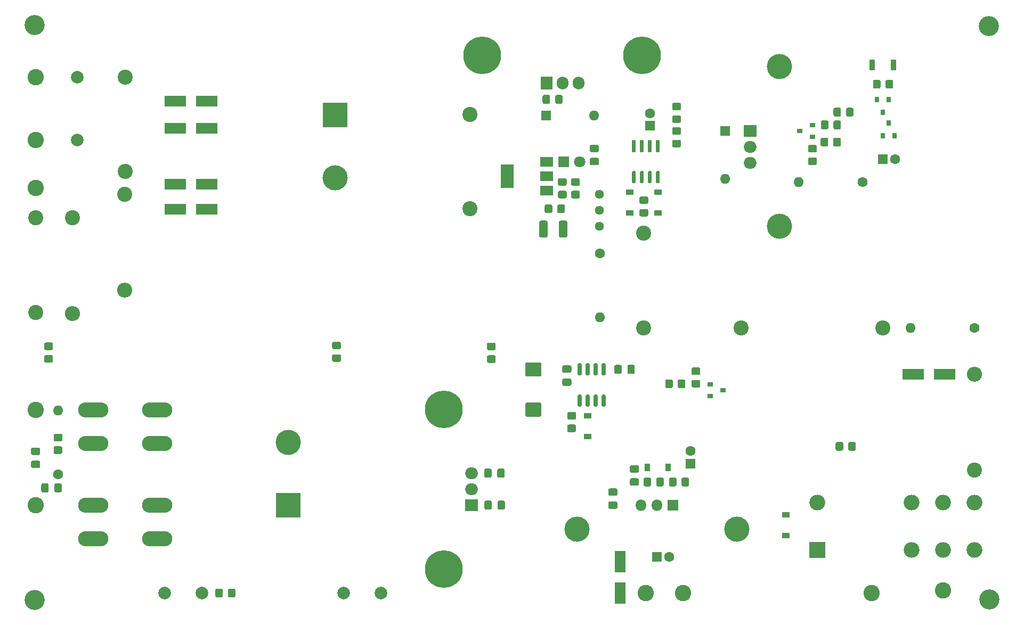
<source format=gbr>
G04 #@! TF.GenerationSoftware,KiCad,Pcbnew,(5.1.10-1-10_14)*
G04 #@! TF.CreationDate,2021-08-10T11:09:26+02:00*
G04 #@! TF.ProjectId,hv-power-supply-v1,68762d70-6f77-4657-922d-737570706c79,rev?*
G04 #@! TF.SameCoordinates,Original*
G04 #@! TF.FileFunction,Soldermask,Top*
G04 #@! TF.FilePolarity,Negative*
%FSLAX46Y46*%
G04 Gerber Fmt 4.6, Leading zero omitted, Abs format (unit mm)*
G04 Created by KiCad (PCBNEW (5.1.10-1-10_14)) date 2021-08-10 11:09:26*
%MOMM*%
%LPD*%
G01*
G04 APERTURE LIST*
%ADD10C,2.400000*%
%ADD11R,0.900000X1.700000*%
%ADD12O,1.600000X1.600000*%
%ADD13C,1.600000*%
%ADD14R,2.000000X1.500000*%
%ADD15R,2.000000X3.800000*%
%ADD16C,1.440000*%
%ADD17R,0.800000X0.900000*%
%ADD18R,0.900000X0.800000*%
%ADD19O,2.000000X1.905000*%
%ADD20R,2.000000X1.905000*%
%ADD21C,6.000000*%
%ADD22C,4.000000*%
%ADD23R,3.500000X1.800000*%
%ADD24R,1.600000X1.600000*%
%ADD25R,1.200000X0.900000*%
%ADD26C,1.800000*%
%ADD27R,1.800000X1.800000*%
%ADD28O,2.400000X2.400000*%
%ADD29C,2.000000*%
%ADD30R,4.000000X4.000000*%
%ADD31R,1.800000X3.500000*%
%ADD32O,4.800600X2.400300*%
%ADD33R,0.900000X1.200000*%
%ADD34O,1.905000X2.000000*%
%ADD35R,1.905000X2.000000*%
%ADD36C,2.600000*%
%ADD37O,2.500000X2.500000*%
%ADD38R,2.500000X2.500000*%
%ADD39O,1.800000X1.800000*%
%ADD40C,3.200000*%
G04 APERTURE END LIST*
D10*
X156019500Y-82536000D03*
X156019500Y-97536000D03*
D11*
X195678000Y-55753000D03*
X192278000Y-55753000D03*
D12*
X180594000Y-74358500D03*
D13*
X190754000Y-74358500D03*
G36*
G01*
X154582000Y-69618500D02*
X154282000Y-69618500D01*
G75*
G02*
X154132000Y-69468500I0J150000D01*
G01*
X154132000Y-67818500D01*
G75*
G02*
X154282000Y-67668500I150000J0D01*
G01*
X154582000Y-67668500D01*
G75*
G02*
X154732000Y-67818500I0J-150000D01*
G01*
X154732000Y-69468500D01*
G75*
G02*
X154582000Y-69618500I-150000J0D01*
G01*
G37*
G36*
G01*
X155852000Y-69618500D02*
X155552000Y-69618500D01*
G75*
G02*
X155402000Y-69468500I0J150000D01*
G01*
X155402000Y-67818500D01*
G75*
G02*
X155552000Y-67668500I150000J0D01*
G01*
X155852000Y-67668500D01*
G75*
G02*
X156002000Y-67818500I0J-150000D01*
G01*
X156002000Y-69468500D01*
G75*
G02*
X155852000Y-69618500I-150000J0D01*
G01*
G37*
G36*
G01*
X157122000Y-69618500D02*
X156822000Y-69618500D01*
G75*
G02*
X156672000Y-69468500I0J150000D01*
G01*
X156672000Y-67818500D01*
G75*
G02*
X156822000Y-67668500I150000J0D01*
G01*
X157122000Y-67668500D01*
G75*
G02*
X157272000Y-67818500I0J-150000D01*
G01*
X157272000Y-69468500D01*
G75*
G02*
X157122000Y-69618500I-150000J0D01*
G01*
G37*
G36*
G01*
X158392000Y-69618500D02*
X158092000Y-69618500D01*
G75*
G02*
X157942000Y-69468500I0J150000D01*
G01*
X157942000Y-67818500D01*
G75*
G02*
X158092000Y-67668500I150000J0D01*
G01*
X158392000Y-67668500D01*
G75*
G02*
X158542000Y-67818500I0J-150000D01*
G01*
X158542000Y-69468500D01*
G75*
G02*
X158392000Y-69618500I-150000J0D01*
G01*
G37*
G36*
G01*
X158392000Y-74568500D02*
X158092000Y-74568500D01*
G75*
G02*
X157942000Y-74418500I0J150000D01*
G01*
X157942000Y-72768500D01*
G75*
G02*
X158092000Y-72618500I150000J0D01*
G01*
X158392000Y-72618500D01*
G75*
G02*
X158542000Y-72768500I0J-150000D01*
G01*
X158542000Y-74418500D01*
G75*
G02*
X158392000Y-74568500I-150000J0D01*
G01*
G37*
G36*
G01*
X157122000Y-74568500D02*
X156822000Y-74568500D01*
G75*
G02*
X156672000Y-74418500I0J150000D01*
G01*
X156672000Y-72768500D01*
G75*
G02*
X156822000Y-72618500I150000J0D01*
G01*
X157122000Y-72618500D01*
G75*
G02*
X157272000Y-72768500I0J-150000D01*
G01*
X157272000Y-74418500D01*
G75*
G02*
X157122000Y-74568500I-150000J0D01*
G01*
G37*
G36*
G01*
X155852000Y-74568500D02*
X155552000Y-74568500D01*
G75*
G02*
X155402000Y-74418500I0J150000D01*
G01*
X155402000Y-72768500D01*
G75*
G02*
X155552000Y-72618500I150000J0D01*
G01*
X155852000Y-72618500D01*
G75*
G02*
X156002000Y-72768500I0J-150000D01*
G01*
X156002000Y-74418500D01*
G75*
G02*
X155852000Y-74568500I-150000J0D01*
G01*
G37*
G36*
G01*
X154582000Y-74568500D02*
X154282000Y-74568500D01*
G75*
G02*
X154132000Y-74418500I0J150000D01*
G01*
X154132000Y-72768500D01*
G75*
G02*
X154282000Y-72618500I150000J0D01*
G01*
X154582000Y-72618500D01*
G75*
G02*
X154732000Y-72768500I0J-150000D01*
G01*
X154732000Y-74418500D01*
G75*
G02*
X154582000Y-74568500I-150000J0D01*
G01*
G37*
D14*
X140589000Y-75720000D03*
X140589000Y-71120000D03*
X140589000Y-73420000D03*
D15*
X134289000Y-73420000D03*
D16*
X148971000Y-81407000D03*
X148971000Y-78867000D03*
X148971000Y-76327000D03*
G36*
G01*
X194440000Y-59251001D02*
X194440000Y-58350999D01*
G75*
G02*
X194689999Y-58101000I249999J0D01*
G01*
X195390001Y-58101000D01*
G75*
G02*
X195640000Y-58350999I0J-249999D01*
G01*
X195640000Y-59251001D01*
G75*
G02*
X195390001Y-59501000I-249999J0D01*
G01*
X194689999Y-59501000D01*
G75*
G02*
X194440000Y-59251001I0J249999D01*
G01*
G37*
G36*
G01*
X192440000Y-59251001D02*
X192440000Y-58350999D01*
G75*
G02*
X192689999Y-58101000I249999J0D01*
G01*
X193390001Y-58101000D01*
G75*
G02*
X193640000Y-58350999I0J-249999D01*
G01*
X193640000Y-59251001D01*
G75*
G02*
X193390001Y-59501000I-249999J0D01*
G01*
X192689999Y-59501000D01*
G75*
G02*
X192440000Y-59251001I0J249999D01*
G01*
G37*
G36*
G01*
X141125500Y-60763999D02*
X141125500Y-61664001D01*
G75*
G02*
X140875501Y-61914000I-249999J0D01*
G01*
X140175499Y-61914000D01*
G75*
G02*
X139925500Y-61664001I0J249999D01*
G01*
X139925500Y-60763999D01*
G75*
G02*
X140175499Y-60514000I249999J0D01*
G01*
X140875501Y-60514000D01*
G75*
G02*
X141125500Y-60763999I0J-249999D01*
G01*
G37*
G36*
G01*
X143125500Y-60763999D02*
X143125500Y-61664001D01*
G75*
G02*
X142875501Y-61914000I-249999J0D01*
G01*
X142175499Y-61914000D01*
G75*
G02*
X141925500Y-61664001I0J249999D01*
G01*
X141925500Y-60763999D01*
G75*
G02*
X142175499Y-60514000I249999J0D01*
G01*
X142875501Y-60514000D01*
G75*
G02*
X143125500Y-60763999I0J-249999D01*
G01*
G37*
G36*
G01*
X185321500Y-67558499D02*
X185321500Y-68458501D01*
G75*
G02*
X185071501Y-68708500I-249999J0D01*
G01*
X184371499Y-68708500D01*
G75*
G02*
X184121500Y-68458501I0J249999D01*
G01*
X184121500Y-67558499D01*
G75*
G02*
X184371499Y-67308500I249999J0D01*
G01*
X185071501Y-67308500D01*
G75*
G02*
X185321500Y-67558499I0J-249999D01*
G01*
G37*
G36*
G01*
X187321500Y-67558499D02*
X187321500Y-68458501D01*
G75*
G02*
X187071501Y-68708500I-249999J0D01*
G01*
X186371499Y-68708500D01*
G75*
G02*
X186121500Y-68458501I0J249999D01*
G01*
X186121500Y-67558499D01*
G75*
G02*
X186371499Y-67308500I249999J0D01*
G01*
X187071501Y-67308500D01*
G75*
G02*
X187321500Y-67558499I0J-249999D01*
G01*
G37*
G36*
G01*
X187353500Y-62795999D02*
X187353500Y-63696001D01*
G75*
G02*
X187103501Y-63946000I-249999J0D01*
G01*
X186403499Y-63946000D01*
G75*
G02*
X186153500Y-63696001I0J249999D01*
G01*
X186153500Y-62795999D01*
G75*
G02*
X186403499Y-62546000I249999J0D01*
G01*
X187103501Y-62546000D01*
G75*
G02*
X187353500Y-62795999I0J-249999D01*
G01*
G37*
G36*
G01*
X189353500Y-62795999D02*
X189353500Y-63696001D01*
G75*
G02*
X189103501Y-63946000I-249999J0D01*
G01*
X188403499Y-63946000D01*
G75*
G02*
X188153500Y-63696001I0J249999D01*
G01*
X188153500Y-62795999D01*
G75*
G02*
X188403499Y-62546000I249999J0D01*
G01*
X189103501Y-62546000D01*
G75*
G02*
X189353500Y-62795999I0J-249999D01*
G01*
G37*
G36*
G01*
X186153500Y-65728001D02*
X186153500Y-64827999D01*
G75*
G02*
X186403499Y-64578000I249999J0D01*
G01*
X187103501Y-64578000D01*
G75*
G02*
X187353500Y-64827999I0J-249999D01*
G01*
X187353500Y-65728001D01*
G75*
G02*
X187103501Y-65978000I-249999J0D01*
G01*
X186403499Y-65978000D01*
G75*
G02*
X186153500Y-65728001I0J249999D01*
G01*
G37*
G36*
G01*
X184153500Y-65728001D02*
X184153500Y-64827999D01*
G75*
G02*
X184403499Y-64578000I249999J0D01*
G01*
X185103501Y-64578000D01*
G75*
G02*
X185353500Y-64827999I0J-249999D01*
G01*
X185353500Y-65728001D01*
G75*
G02*
X185103501Y-65978000I-249999J0D01*
G01*
X184403499Y-65978000D01*
G75*
G02*
X184153500Y-65728001I0J249999D01*
G01*
G37*
G36*
G01*
X182366499Y-70456500D02*
X183266501Y-70456500D01*
G75*
G02*
X183516500Y-70706499I0J-249999D01*
G01*
X183516500Y-71406501D01*
G75*
G02*
X183266501Y-71656500I-249999J0D01*
G01*
X182366499Y-71656500D01*
G75*
G02*
X182116500Y-71406501I0J249999D01*
G01*
X182116500Y-70706499D01*
G75*
G02*
X182366499Y-70456500I249999J0D01*
G01*
G37*
G36*
G01*
X182366499Y-68456500D02*
X183266501Y-68456500D01*
G75*
G02*
X183516500Y-68706499I0J-249999D01*
G01*
X183516500Y-69406501D01*
G75*
G02*
X183266501Y-69656500I-249999J0D01*
G01*
X182366499Y-69656500D01*
G75*
G02*
X182116500Y-69406501I0J249999D01*
G01*
X182116500Y-68706499D01*
G75*
G02*
X182366499Y-68456500I249999J0D01*
G01*
G37*
G36*
G01*
X160776499Y-63757000D02*
X161676501Y-63757000D01*
G75*
G02*
X161926500Y-64006999I0J-249999D01*
G01*
X161926500Y-64707001D01*
G75*
G02*
X161676501Y-64957000I-249999J0D01*
G01*
X160776499Y-64957000D01*
G75*
G02*
X160526500Y-64707001I0J249999D01*
G01*
X160526500Y-64006999D01*
G75*
G02*
X160776499Y-63757000I249999J0D01*
G01*
G37*
G36*
G01*
X160776499Y-61757000D02*
X161676501Y-61757000D01*
G75*
G02*
X161926500Y-62006999I0J-249999D01*
G01*
X161926500Y-62707001D01*
G75*
G02*
X161676501Y-62957000I-249999J0D01*
G01*
X160776499Y-62957000D01*
G75*
G02*
X160526500Y-62707001I0J249999D01*
G01*
X160526500Y-62006999D01*
G75*
G02*
X160776499Y-61757000I249999J0D01*
G01*
G37*
G36*
G01*
X161676501Y-66846500D02*
X160776499Y-66846500D01*
G75*
G02*
X160526500Y-66596501I0J249999D01*
G01*
X160526500Y-65896499D01*
G75*
G02*
X160776499Y-65646500I249999J0D01*
G01*
X161676501Y-65646500D01*
G75*
G02*
X161926500Y-65896499I0J-249999D01*
G01*
X161926500Y-66596501D01*
G75*
G02*
X161676501Y-66846500I-249999J0D01*
G01*
G37*
G36*
G01*
X161676501Y-68846500D02*
X160776499Y-68846500D01*
G75*
G02*
X160526500Y-68596501I0J249999D01*
G01*
X160526500Y-67896499D01*
G75*
G02*
X160776499Y-67646500I249999J0D01*
G01*
X161676501Y-67646500D01*
G75*
G02*
X161926500Y-67896499I0J-249999D01*
G01*
X161926500Y-68596501D01*
G75*
G02*
X161676501Y-68846500I-249999J0D01*
G01*
G37*
G36*
G01*
X155569499Y-78648000D02*
X156469501Y-78648000D01*
G75*
G02*
X156719500Y-78897999I0J-249999D01*
G01*
X156719500Y-79598001D01*
G75*
G02*
X156469501Y-79848000I-249999J0D01*
G01*
X155569499Y-79848000D01*
G75*
G02*
X155319500Y-79598001I0J249999D01*
G01*
X155319500Y-78897999D01*
G75*
G02*
X155569499Y-78648000I249999J0D01*
G01*
G37*
G36*
G01*
X155569499Y-76648000D02*
X156469501Y-76648000D01*
G75*
G02*
X156719500Y-76897999I0J-249999D01*
G01*
X156719500Y-77598001D01*
G75*
G02*
X156469501Y-77848000I-249999J0D01*
G01*
X155569499Y-77848000D01*
G75*
G02*
X155319500Y-77598001I0J249999D01*
G01*
X155319500Y-76897999D01*
G75*
G02*
X155569499Y-76648000I249999J0D01*
G01*
G37*
G36*
G01*
X142615499Y-75758500D02*
X143515501Y-75758500D01*
G75*
G02*
X143765500Y-76008499I0J-249999D01*
G01*
X143765500Y-76708501D01*
G75*
G02*
X143515501Y-76958500I-249999J0D01*
G01*
X142615499Y-76958500D01*
G75*
G02*
X142365500Y-76708501I0J249999D01*
G01*
X142365500Y-76008499D01*
G75*
G02*
X142615499Y-75758500I249999J0D01*
G01*
G37*
G36*
G01*
X142615499Y-73758500D02*
X143515501Y-73758500D01*
G75*
G02*
X143765500Y-74008499I0J-249999D01*
G01*
X143765500Y-74708501D01*
G75*
G02*
X143515501Y-74958500I-249999J0D01*
G01*
X142615499Y-74958500D01*
G75*
G02*
X142365500Y-74708501I0J249999D01*
G01*
X142365500Y-74008499D01*
G75*
G02*
X142615499Y-73758500I249999J0D01*
G01*
G37*
D12*
X149034500Y-95885000D03*
D13*
X149034500Y-85725000D03*
G36*
G01*
X144710999Y-75758500D02*
X145611001Y-75758500D01*
G75*
G02*
X145861000Y-76008499I0J-249999D01*
G01*
X145861000Y-76708501D01*
G75*
G02*
X145611001Y-76958500I-249999J0D01*
G01*
X144710999Y-76958500D01*
G75*
G02*
X144461000Y-76708501I0J249999D01*
G01*
X144461000Y-76008499D01*
G75*
G02*
X144710999Y-75758500I249999J0D01*
G01*
G37*
G36*
G01*
X144710999Y-73758500D02*
X145611001Y-73758500D01*
G75*
G02*
X145861000Y-74008499I0J-249999D01*
G01*
X145861000Y-74708501D01*
G75*
G02*
X145611001Y-74958500I-249999J0D01*
G01*
X144710999Y-74958500D01*
G75*
G02*
X144461000Y-74708501I0J249999D01*
G01*
X144461000Y-74008499D01*
G75*
G02*
X144710999Y-73758500I249999J0D01*
G01*
G37*
G36*
G01*
X142275000Y-79063001D02*
X142275000Y-78162999D01*
G75*
G02*
X142524999Y-77913000I249999J0D01*
G01*
X143225001Y-77913000D01*
G75*
G02*
X143475000Y-78162999I0J-249999D01*
G01*
X143475000Y-79063001D01*
G75*
G02*
X143225001Y-79313000I-249999J0D01*
G01*
X142524999Y-79313000D01*
G75*
G02*
X142275000Y-79063001I0J249999D01*
G01*
G37*
G36*
G01*
X140275000Y-79063001D02*
X140275000Y-78162999D01*
G75*
G02*
X140524999Y-77913000I249999J0D01*
G01*
X141225001Y-77913000D01*
G75*
G02*
X141475000Y-78162999I0J-249999D01*
G01*
X141475000Y-79063001D01*
G75*
G02*
X141225001Y-79313000I-249999J0D01*
G01*
X140524999Y-79313000D01*
G75*
G02*
X140275000Y-79063001I0J249999D01*
G01*
G37*
D17*
X194947500Y-64992500D03*
X195897500Y-66992500D03*
X193997500Y-66992500D03*
X193990000Y-63246000D03*
X193040000Y-61246000D03*
X194940000Y-61246000D03*
D18*
X180816500Y-66233000D03*
X182816500Y-65283000D03*
X182816500Y-67183000D03*
D19*
X172910500Y-71310500D03*
X172910500Y-68770500D03*
D20*
X172910500Y-66230500D03*
D21*
X130365500Y-54229000D03*
X155765500Y-54229000D03*
D22*
X177609500Y-56007000D03*
X177609500Y-81407000D03*
D23*
X198835000Y-104902000D03*
X203835000Y-104902000D03*
D12*
X148145500Y-63754000D03*
D24*
X140525500Y-63754000D03*
D12*
X168910000Y-73850500D03*
D24*
X168910000Y-66230500D03*
D25*
X153797000Y-75948000D03*
X153797000Y-79248000D03*
X158242000Y-79246000D03*
X158242000Y-75946000D03*
D26*
X145796000Y-71120000D03*
D27*
X143256000Y-71120000D03*
D10*
X171492500Y-97536000D03*
X193992500Y-97536000D03*
D13*
X195961000Y-70739000D03*
D24*
X193961000Y-70739000D03*
D13*
X156972000Y-63405000D03*
D24*
X156972000Y-65405000D03*
G36*
G01*
X148620500Y-69612000D02*
X147670500Y-69612000D01*
G75*
G02*
X147420500Y-69362000I0J250000D01*
G01*
X147420500Y-68687000D01*
G75*
G02*
X147670500Y-68437000I250000J0D01*
G01*
X148620500Y-68437000D01*
G75*
G02*
X148870500Y-68687000I0J-250000D01*
G01*
X148870500Y-69362000D01*
G75*
G02*
X148620500Y-69612000I-250000J0D01*
G01*
G37*
G36*
G01*
X148620500Y-71687000D02*
X147670500Y-71687000D01*
G75*
G02*
X147420500Y-71437000I0J250000D01*
G01*
X147420500Y-70762000D01*
G75*
G02*
X147670500Y-70512000I250000J0D01*
G01*
X148620500Y-70512000D01*
G75*
G02*
X148870500Y-70762000I0J-250000D01*
G01*
X148870500Y-71437000D01*
G75*
G02*
X148620500Y-71687000I-250000J0D01*
G01*
G37*
G36*
G01*
X142530000Y-82951501D02*
X142530000Y-80751499D01*
G75*
G02*
X142779999Y-80501500I249999J0D01*
G01*
X143605001Y-80501500D01*
G75*
G02*
X143855000Y-80751499I0J-249999D01*
G01*
X143855000Y-82951501D01*
G75*
G02*
X143605001Y-83201500I-249999J0D01*
G01*
X142779999Y-83201500D01*
G75*
G02*
X142530000Y-82951501I0J249999D01*
G01*
G37*
G36*
G01*
X139405000Y-82951501D02*
X139405000Y-80751499D01*
G75*
G02*
X139654999Y-80501500I249999J0D01*
G01*
X140480001Y-80501500D01*
G75*
G02*
X140730000Y-80751499I0J-249999D01*
G01*
X140730000Y-82951501D01*
G75*
G02*
X140480001Y-83201500I-249999J0D01*
G01*
X139654999Y-83201500D01*
G75*
G02*
X139405000Y-82951501I0J249999D01*
G01*
G37*
D12*
X62928500Y-110680500D03*
D13*
X62928500Y-120840500D03*
D10*
X73596500Y-57658000D03*
X73596500Y-72658000D03*
D28*
X73533000Y-91567000D03*
D10*
X73533000Y-76327000D03*
D29*
X65976500Y-57658000D03*
X65976500Y-67658000D03*
G36*
G01*
X63378501Y-115598500D02*
X62478499Y-115598500D01*
G75*
G02*
X62228500Y-115348501I0J249999D01*
G01*
X62228500Y-114648499D01*
G75*
G02*
X62478499Y-114398500I249999J0D01*
G01*
X63378501Y-114398500D01*
G75*
G02*
X63628500Y-114648499I0J-249999D01*
G01*
X63628500Y-115348501D01*
G75*
G02*
X63378501Y-115598500I-249999J0D01*
G01*
G37*
G36*
G01*
X63378501Y-117598500D02*
X62478499Y-117598500D01*
G75*
G02*
X62228500Y-117348501I0J249999D01*
G01*
X62228500Y-116648499D01*
G75*
G02*
X62478499Y-116398500I249999J0D01*
G01*
X63378501Y-116398500D01*
G75*
G02*
X63628500Y-116648499I0J-249999D01*
G01*
X63628500Y-117348501D01*
G75*
G02*
X63378501Y-117598500I-249999J0D01*
G01*
G37*
G36*
G01*
X62341000Y-123474500D02*
X62341000Y-122524500D01*
G75*
G02*
X62591000Y-122274500I250000J0D01*
G01*
X63266000Y-122274500D01*
G75*
G02*
X63516000Y-122524500I0J-250000D01*
G01*
X63516000Y-123474500D01*
G75*
G02*
X63266000Y-123724500I-250000J0D01*
G01*
X62591000Y-123724500D01*
G75*
G02*
X62341000Y-123474500I0J250000D01*
G01*
G37*
G36*
G01*
X60266000Y-123474500D02*
X60266000Y-122524500D01*
G75*
G02*
X60516000Y-122274500I250000J0D01*
G01*
X61191000Y-122274500D01*
G75*
G02*
X61441000Y-122524500I0J-250000D01*
G01*
X61441000Y-123474500D01*
G75*
G02*
X61191000Y-123724500I-250000J0D01*
G01*
X60516000Y-123724500D01*
G75*
G02*
X60266000Y-123474500I0J250000D01*
G01*
G37*
G36*
G01*
X59847500Y-117765500D02*
X58897500Y-117765500D01*
G75*
G02*
X58647500Y-117515500I0J250000D01*
G01*
X58647500Y-116840500D01*
G75*
G02*
X58897500Y-116590500I250000J0D01*
G01*
X59847500Y-116590500D01*
G75*
G02*
X60097500Y-116840500I0J-250000D01*
G01*
X60097500Y-117515500D01*
G75*
G02*
X59847500Y-117765500I-250000J0D01*
G01*
G37*
G36*
G01*
X59847500Y-119840500D02*
X58897500Y-119840500D01*
G75*
G02*
X58647500Y-119590500I0J250000D01*
G01*
X58647500Y-118915500D01*
G75*
G02*
X58897500Y-118665500I250000J0D01*
G01*
X59847500Y-118665500D01*
G75*
G02*
X60097500Y-118915500I0J-250000D01*
G01*
X60097500Y-119590500D01*
G75*
G02*
X59847500Y-119840500I-250000J0D01*
G01*
G37*
D21*
X124206000Y-135890000D03*
X124206000Y-110490000D03*
D18*
X168602000Y-107465000D03*
X166602000Y-108415000D03*
X166602000Y-106515000D03*
D22*
X99504500Y-115753000D03*
D30*
X99504500Y-125753000D03*
D20*
X128613000Y-125753000D03*
D19*
X128613000Y-123213000D03*
X128613000Y-120673000D03*
D22*
X145377000Y-129563000D03*
X170777000Y-129563000D03*
D31*
X152298500Y-139723000D03*
X152298500Y-134723000D03*
D28*
X208597500Y-104902000D03*
D10*
X208597500Y-120142000D03*
D32*
X68542000Y-110640000D03*
X78702000Y-110640000D03*
X78702000Y-131087000D03*
X68542000Y-131087000D03*
X78702000Y-125753000D03*
X68542000Y-125753000D03*
X68542000Y-115974000D03*
X78702000Y-115974000D03*
D33*
X159853000Y-119784000D03*
X156553000Y-119784000D03*
D13*
X163411000Y-117149000D03*
D24*
X163411000Y-119149000D03*
G36*
G01*
X61880001Y-101080000D02*
X60979999Y-101080000D01*
G75*
G02*
X60730000Y-100830001I0J249999D01*
G01*
X60730000Y-100129999D01*
G75*
G02*
X60979999Y-99880000I249999J0D01*
G01*
X61880001Y-99880000D01*
G75*
G02*
X62130000Y-100129999I0J-249999D01*
G01*
X62130000Y-100830001D01*
G75*
G02*
X61880001Y-101080000I-249999J0D01*
G01*
G37*
G36*
G01*
X61880001Y-103080000D02*
X60979999Y-103080000D01*
G75*
G02*
X60730000Y-102830001I0J249999D01*
G01*
X60730000Y-102129999D01*
G75*
G02*
X60979999Y-101880000I249999J0D01*
G01*
X61880001Y-101880000D01*
G75*
G02*
X62130000Y-102129999I0J-249999D01*
G01*
X62130000Y-102830001D01*
G75*
G02*
X61880001Y-103080000I-249999J0D01*
G01*
G37*
D28*
X65214500Y-95313500D03*
D10*
X65214500Y-80073500D03*
D23*
X86534000Y-74676000D03*
X81534000Y-74676000D03*
X81534000Y-65849500D03*
X86534000Y-65849500D03*
X86521400Y-78712200D03*
X81521400Y-78712200D03*
X81521400Y-61491000D03*
X86521400Y-61491000D03*
G36*
G01*
X145971500Y-105138000D02*
X145671500Y-105138000D01*
G75*
G02*
X145521500Y-104988000I0J150000D01*
G01*
X145521500Y-103338000D01*
G75*
G02*
X145671500Y-103188000I150000J0D01*
G01*
X145971500Y-103188000D01*
G75*
G02*
X146121500Y-103338000I0J-150000D01*
G01*
X146121500Y-104988000D01*
G75*
G02*
X145971500Y-105138000I-150000J0D01*
G01*
G37*
G36*
G01*
X147241500Y-105138000D02*
X146941500Y-105138000D01*
G75*
G02*
X146791500Y-104988000I0J150000D01*
G01*
X146791500Y-103338000D01*
G75*
G02*
X146941500Y-103188000I150000J0D01*
G01*
X147241500Y-103188000D01*
G75*
G02*
X147391500Y-103338000I0J-150000D01*
G01*
X147391500Y-104988000D01*
G75*
G02*
X147241500Y-105138000I-150000J0D01*
G01*
G37*
G36*
G01*
X148511500Y-105138000D02*
X148211500Y-105138000D01*
G75*
G02*
X148061500Y-104988000I0J150000D01*
G01*
X148061500Y-103338000D01*
G75*
G02*
X148211500Y-103188000I150000J0D01*
G01*
X148511500Y-103188000D01*
G75*
G02*
X148661500Y-103338000I0J-150000D01*
G01*
X148661500Y-104988000D01*
G75*
G02*
X148511500Y-105138000I-150000J0D01*
G01*
G37*
G36*
G01*
X149781500Y-105138000D02*
X149481500Y-105138000D01*
G75*
G02*
X149331500Y-104988000I0J150000D01*
G01*
X149331500Y-103338000D01*
G75*
G02*
X149481500Y-103188000I150000J0D01*
G01*
X149781500Y-103188000D01*
G75*
G02*
X149931500Y-103338000I0J-150000D01*
G01*
X149931500Y-104988000D01*
G75*
G02*
X149781500Y-105138000I-150000J0D01*
G01*
G37*
G36*
G01*
X149781500Y-110088000D02*
X149481500Y-110088000D01*
G75*
G02*
X149331500Y-109938000I0J150000D01*
G01*
X149331500Y-108288000D01*
G75*
G02*
X149481500Y-108138000I150000J0D01*
G01*
X149781500Y-108138000D01*
G75*
G02*
X149931500Y-108288000I0J-150000D01*
G01*
X149931500Y-109938000D01*
G75*
G02*
X149781500Y-110088000I-150000J0D01*
G01*
G37*
G36*
G01*
X148511500Y-110088000D02*
X148211500Y-110088000D01*
G75*
G02*
X148061500Y-109938000I0J150000D01*
G01*
X148061500Y-108288000D01*
G75*
G02*
X148211500Y-108138000I150000J0D01*
G01*
X148511500Y-108138000D01*
G75*
G02*
X148661500Y-108288000I0J-150000D01*
G01*
X148661500Y-109938000D01*
G75*
G02*
X148511500Y-110088000I-150000J0D01*
G01*
G37*
G36*
G01*
X147241500Y-110088000D02*
X146941500Y-110088000D01*
G75*
G02*
X146791500Y-109938000I0J150000D01*
G01*
X146791500Y-108288000D01*
G75*
G02*
X146941500Y-108138000I150000J0D01*
G01*
X147241500Y-108138000D01*
G75*
G02*
X147391500Y-108288000I0J-150000D01*
G01*
X147391500Y-109938000D01*
G75*
G02*
X147241500Y-110088000I-150000J0D01*
G01*
G37*
G36*
G01*
X145971500Y-110088000D02*
X145671500Y-110088000D01*
G75*
G02*
X145521500Y-109938000I0J150000D01*
G01*
X145521500Y-108288000D01*
G75*
G02*
X145671500Y-108138000I150000J0D01*
G01*
X145971500Y-108138000D01*
G75*
G02*
X146121500Y-108288000I0J-150000D01*
G01*
X146121500Y-109938000D01*
G75*
G02*
X145971500Y-110088000I-150000J0D01*
G01*
G37*
D34*
X145669000Y-58610500D03*
X143129000Y-58610500D03*
D35*
X140589000Y-58610500D03*
G36*
G01*
X188503000Y-116845501D02*
X188503000Y-115945499D01*
G75*
G02*
X188752999Y-115695500I249999J0D01*
G01*
X189453001Y-115695500D01*
G75*
G02*
X189703000Y-115945499I0J-249999D01*
G01*
X189703000Y-116845501D01*
G75*
G02*
X189453001Y-117095500I-249999J0D01*
G01*
X188752999Y-117095500D01*
G75*
G02*
X188503000Y-116845501I0J249999D01*
G01*
G37*
G36*
G01*
X186503000Y-116845501D02*
X186503000Y-115945499D01*
G75*
G02*
X186752999Y-115695500I249999J0D01*
G01*
X187453001Y-115695500D01*
G75*
G02*
X187703000Y-115945499I0J-249999D01*
G01*
X187703000Y-116845501D01*
G75*
G02*
X187453001Y-117095500I-249999J0D01*
G01*
X186752999Y-117095500D01*
G75*
G02*
X186503000Y-116845501I0J249999D01*
G01*
G37*
G36*
G01*
X132238001Y-101112000D02*
X131337999Y-101112000D01*
G75*
G02*
X131088000Y-100862001I0J249999D01*
G01*
X131088000Y-100161999D01*
G75*
G02*
X131337999Y-99912000I249999J0D01*
G01*
X132238001Y-99912000D01*
G75*
G02*
X132488000Y-100161999I0J-249999D01*
G01*
X132488000Y-100862001D01*
G75*
G02*
X132238001Y-101112000I-249999J0D01*
G01*
G37*
G36*
G01*
X132238001Y-103112000D02*
X131337999Y-103112000D01*
G75*
G02*
X131088000Y-102862001I0J249999D01*
G01*
X131088000Y-102161999D01*
G75*
G02*
X131337999Y-101912000I249999J0D01*
G01*
X132238001Y-101912000D01*
G75*
G02*
X132488000Y-102161999I0J-249999D01*
G01*
X132488000Y-102862001D01*
G75*
G02*
X132238001Y-103112000I-249999J0D01*
G01*
G37*
G36*
G01*
X107638001Y-100962000D02*
X106737999Y-100962000D01*
G75*
G02*
X106488000Y-100712001I0J249999D01*
G01*
X106488000Y-100011999D01*
G75*
G02*
X106737999Y-99762000I249999J0D01*
G01*
X107638001Y-99762000D01*
G75*
G02*
X107888000Y-100011999I0J-249999D01*
G01*
X107888000Y-100712001D01*
G75*
G02*
X107638001Y-100962000I-249999J0D01*
G01*
G37*
G36*
G01*
X107638001Y-102962000D02*
X106737999Y-102962000D01*
G75*
G02*
X106488000Y-102712001I0J249999D01*
G01*
X106488000Y-102011999D01*
G75*
G02*
X106737999Y-101762000I249999J0D01*
G01*
X107638001Y-101762000D01*
G75*
G02*
X107888000Y-102011999I0J-249999D01*
G01*
X107888000Y-102712001D01*
G75*
G02*
X107638001Y-102962000I-249999J0D01*
G01*
G37*
G36*
G01*
X157985000Y-122520001D02*
X157985000Y-121619999D01*
G75*
G02*
X158234999Y-121370000I249999J0D01*
G01*
X158935001Y-121370000D01*
G75*
G02*
X159185000Y-121619999I0J-249999D01*
G01*
X159185000Y-122520001D01*
G75*
G02*
X158935001Y-122770000I-249999J0D01*
G01*
X158234999Y-122770000D01*
G75*
G02*
X157985000Y-122520001I0J249999D01*
G01*
G37*
G36*
G01*
X155985000Y-122520001D02*
X155985000Y-121619999D01*
G75*
G02*
X156234999Y-121370000I249999J0D01*
G01*
X156935001Y-121370000D01*
G75*
G02*
X157185000Y-121619999I0J-249999D01*
G01*
X157185000Y-122520001D01*
G75*
G02*
X156935001Y-122770000I-249999J0D01*
G01*
X156234999Y-122770000D01*
G75*
G02*
X155985000Y-122520001I0J249999D01*
G01*
G37*
G36*
G01*
X162017000Y-122520001D02*
X162017000Y-121619999D01*
G75*
G02*
X162266999Y-121370000I249999J0D01*
G01*
X162967001Y-121370000D01*
G75*
G02*
X163217000Y-121619999I0J-249999D01*
G01*
X163217000Y-122520001D01*
G75*
G02*
X162967001Y-122770000I-249999J0D01*
G01*
X162266999Y-122770000D01*
G75*
G02*
X162017000Y-122520001I0J249999D01*
G01*
G37*
G36*
G01*
X160017000Y-122520001D02*
X160017000Y-121619999D01*
G75*
G02*
X160266999Y-121370000I249999J0D01*
G01*
X160967001Y-121370000D01*
G75*
G02*
X161217000Y-121619999I0J-249999D01*
G01*
X161217000Y-122520001D01*
G75*
G02*
X160967001Y-122770000I-249999J0D01*
G01*
X160266999Y-122770000D01*
G75*
G02*
X160017000Y-122520001I0J249999D01*
G01*
G37*
G36*
G01*
X89113000Y-139272999D02*
X89113000Y-140173001D01*
G75*
G02*
X88863001Y-140423000I-249999J0D01*
G01*
X88162999Y-140423000D01*
G75*
G02*
X87913000Y-140173001I0J249999D01*
G01*
X87913000Y-139272999D01*
G75*
G02*
X88162999Y-139023000I249999J0D01*
G01*
X88863001Y-139023000D01*
G75*
G02*
X89113000Y-139272999I0J-249999D01*
G01*
G37*
G36*
G01*
X91113000Y-139272999D02*
X91113000Y-140173001D01*
G75*
G02*
X90863001Y-140423000I-249999J0D01*
G01*
X90162999Y-140423000D01*
G75*
G02*
X89913000Y-140173001I0J249999D01*
G01*
X89913000Y-139272999D01*
G75*
G02*
X90162999Y-139023000I249999J0D01*
G01*
X90863001Y-139023000D01*
G75*
G02*
X91113000Y-139272999I0J-249999D01*
G01*
G37*
G36*
G01*
X163849999Y-105849000D02*
X164750001Y-105849000D01*
G75*
G02*
X165000000Y-106098999I0J-249999D01*
G01*
X165000000Y-106799001D01*
G75*
G02*
X164750001Y-107049000I-249999J0D01*
G01*
X163849999Y-107049000D01*
G75*
G02*
X163600000Y-106799001I0J249999D01*
G01*
X163600000Y-106098999D01*
G75*
G02*
X163849999Y-105849000I249999J0D01*
G01*
G37*
G36*
G01*
X163849999Y-103849000D02*
X164750001Y-103849000D01*
G75*
G02*
X165000000Y-104098999I0J-249999D01*
G01*
X165000000Y-104799001D01*
G75*
G02*
X164750001Y-105049000I-249999J0D01*
G01*
X163849999Y-105049000D01*
G75*
G02*
X163600000Y-104799001I0J249999D01*
G01*
X163600000Y-104098999D01*
G75*
G02*
X163849999Y-103849000I249999J0D01*
G01*
G37*
G36*
G01*
X161414000Y-106899001D02*
X161414000Y-105998999D01*
G75*
G02*
X161663999Y-105749000I249999J0D01*
G01*
X162364001Y-105749000D01*
G75*
G02*
X162614000Y-105998999I0J-249999D01*
G01*
X162614000Y-106899001D01*
G75*
G02*
X162364001Y-107149000I-249999J0D01*
G01*
X161663999Y-107149000D01*
G75*
G02*
X161414000Y-106899001I0J249999D01*
G01*
G37*
G36*
G01*
X159414000Y-106899001D02*
X159414000Y-105998999D01*
G75*
G02*
X159663999Y-105749000I249999J0D01*
G01*
X160364001Y-105749000D01*
G75*
G02*
X160614000Y-105998999I0J-249999D01*
G01*
X160614000Y-106899001D01*
G75*
G02*
X160364001Y-107149000I-249999J0D01*
G01*
X159663999Y-107149000D01*
G75*
G02*
X159414000Y-106899001I0J249999D01*
G01*
G37*
G36*
G01*
X144101499Y-112929000D02*
X145001501Y-112929000D01*
G75*
G02*
X145251500Y-113178999I0J-249999D01*
G01*
X145251500Y-113879001D01*
G75*
G02*
X145001501Y-114129000I-249999J0D01*
G01*
X144101499Y-114129000D01*
G75*
G02*
X143851500Y-113879001I0J249999D01*
G01*
X143851500Y-113178999D01*
G75*
G02*
X144101499Y-112929000I249999J0D01*
G01*
G37*
G36*
G01*
X144101499Y-110929000D02*
X145001501Y-110929000D01*
G75*
G02*
X145251500Y-111178999I0J-249999D01*
G01*
X145251500Y-111879001D01*
G75*
G02*
X145001501Y-112129000I-249999J0D01*
G01*
X144101499Y-112129000D01*
G75*
G02*
X143851500Y-111879001I0J249999D01*
G01*
X143851500Y-111178999D01*
G75*
G02*
X144101499Y-110929000I249999J0D01*
G01*
G37*
G36*
G01*
X154996000Y-120582500D02*
X154046000Y-120582500D01*
G75*
G02*
X153796000Y-120332500I0J250000D01*
G01*
X153796000Y-119657500D01*
G75*
G02*
X154046000Y-119407500I250000J0D01*
G01*
X154996000Y-119407500D01*
G75*
G02*
X155246000Y-119657500I0J-250000D01*
G01*
X155246000Y-120332500D01*
G75*
G02*
X154996000Y-120582500I-250000J0D01*
G01*
G37*
G36*
G01*
X154996000Y-122657500D02*
X154046000Y-122657500D01*
G75*
G02*
X153796000Y-122407500I0J250000D01*
G01*
X153796000Y-121732500D01*
G75*
G02*
X154046000Y-121482500I250000J0D01*
G01*
X154996000Y-121482500D01*
G75*
G02*
X155246000Y-121732500I0J-250000D01*
G01*
X155246000Y-122407500D01*
G75*
G02*
X154996000Y-122657500I-250000J0D01*
G01*
G37*
G36*
G01*
X151567000Y-124265500D02*
X150617000Y-124265500D01*
G75*
G02*
X150367000Y-124015500I0J250000D01*
G01*
X150367000Y-123340500D01*
G75*
G02*
X150617000Y-123090500I250000J0D01*
G01*
X151567000Y-123090500D01*
G75*
G02*
X151817000Y-123340500I0J-250000D01*
G01*
X151817000Y-124015500D01*
G75*
G02*
X151567000Y-124265500I-250000J0D01*
G01*
G37*
G36*
G01*
X151567000Y-126340500D02*
X150617000Y-126340500D01*
G75*
G02*
X150367000Y-126090500I0J250000D01*
G01*
X150367000Y-125415500D01*
G75*
G02*
X150617000Y-125165500I250000J0D01*
G01*
X151567000Y-125165500D01*
G75*
G02*
X151817000Y-125415500I0J-250000D01*
G01*
X151817000Y-126090500D01*
G75*
G02*
X151567000Y-126340500I-250000J0D01*
G01*
G37*
G36*
G01*
X143314500Y-105607500D02*
X144264500Y-105607500D01*
G75*
G02*
X144514500Y-105857500I0J-250000D01*
G01*
X144514500Y-106532500D01*
G75*
G02*
X144264500Y-106782500I-250000J0D01*
G01*
X143314500Y-106782500D01*
G75*
G02*
X143064500Y-106532500I0J250000D01*
G01*
X143064500Y-105857500D01*
G75*
G02*
X143314500Y-105607500I250000J0D01*
G01*
G37*
G36*
G01*
X143314500Y-103532500D02*
X144264500Y-103532500D01*
G75*
G02*
X144514500Y-103782500I0J-250000D01*
G01*
X144514500Y-104457500D01*
G75*
G02*
X144264500Y-104707500I-250000J0D01*
G01*
X143314500Y-104707500D01*
G75*
G02*
X143064500Y-104457500I0J250000D01*
G01*
X143064500Y-103782500D01*
G75*
G02*
X143314500Y-103532500I250000J0D01*
G01*
G37*
G36*
G01*
X153405000Y-104638000D02*
X153405000Y-103688000D01*
G75*
G02*
X153655000Y-103438000I250000J0D01*
G01*
X154330000Y-103438000D01*
G75*
G02*
X154580000Y-103688000I0J-250000D01*
G01*
X154580000Y-104638000D01*
G75*
G02*
X154330000Y-104888000I-250000J0D01*
G01*
X153655000Y-104888000D01*
G75*
G02*
X153405000Y-104638000I0J250000D01*
G01*
G37*
G36*
G01*
X151330000Y-104638000D02*
X151330000Y-103688000D01*
G75*
G02*
X151580000Y-103438000I250000J0D01*
G01*
X152255000Y-103438000D01*
G75*
G02*
X152505000Y-103688000I0J-250000D01*
G01*
X152505000Y-104638000D01*
G75*
G02*
X152255000Y-104888000I-250000J0D01*
G01*
X151580000Y-104888000D01*
G75*
G02*
X151330000Y-104638000I0J250000D01*
G01*
G37*
G36*
G01*
X130649500Y-121148000D02*
X130649500Y-120198000D01*
G75*
G02*
X130899500Y-119948000I250000J0D01*
G01*
X131574500Y-119948000D01*
G75*
G02*
X131824500Y-120198000I0J-250000D01*
G01*
X131824500Y-121148000D01*
G75*
G02*
X131574500Y-121398000I-250000J0D01*
G01*
X130899500Y-121398000D01*
G75*
G02*
X130649500Y-121148000I0J250000D01*
G01*
G37*
G36*
G01*
X132724500Y-121148000D02*
X132724500Y-120198000D01*
G75*
G02*
X132974500Y-119948000I250000J0D01*
G01*
X133649500Y-119948000D01*
G75*
G02*
X133899500Y-120198000I0J-250000D01*
G01*
X133899500Y-121148000D01*
G75*
G02*
X133649500Y-121398000I-250000J0D01*
G01*
X132974500Y-121398000D01*
G75*
G02*
X132724500Y-121148000I0J250000D01*
G01*
G37*
G36*
G01*
X130692500Y-126228000D02*
X130692500Y-125278000D01*
G75*
G02*
X130942500Y-125028000I250000J0D01*
G01*
X131617500Y-125028000D01*
G75*
G02*
X131867500Y-125278000I0J-250000D01*
G01*
X131867500Y-126228000D01*
G75*
G02*
X131617500Y-126478000I-250000J0D01*
G01*
X130942500Y-126478000D01*
G75*
G02*
X130692500Y-126228000I0J250000D01*
G01*
G37*
G36*
G01*
X132767500Y-126228000D02*
X132767500Y-125278000D01*
G75*
G02*
X133017500Y-125028000I250000J0D01*
G01*
X133692500Y-125028000D01*
G75*
G02*
X133942500Y-125278000I0J-250000D01*
G01*
X133942500Y-126228000D01*
G75*
G02*
X133692500Y-126478000I-250000J0D01*
G01*
X133017500Y-126478000D01*
G75*
G02*
X132767500Y-126228000I0J250000D01*
G01*
G37*
D36*
X162268000Y-139723000D03*
X156299000Y-139723000D03*
X59398000Y-110640000D03*
X59372500Y-125753000D03*
X59398000Y-75334000D03*
X59372500Y-67691000D03*
X59372500Y-57658000D03*
D13*
X160077000Y-134008000D03*
D24*
X158077000Y-134008000D03*
G36*
G01*
X137430499Y-109438000D02*
X139480501Y-109438000D01*
G75*
G02*
X139730500Y-109687999I0J-249999D01*
G01*
X139730500Y-111438001D01*
G75*
G02*
X139480501Y-111688000I-249999J0D01*
G01*
X137430499Y-111688000D01*
G75*
G02*
X137180500Y-111438001I0J249999D01*
G01*
X137180500Y-109687999D01*
G75*
G02*
X137430499Y-109438000I249999J0D01*
G01*
G37*
G36*
G01*
X137430499Y-103038000D02*
X139480501Y-103038000D01*
G75*
G02*
X139730500Y-103287999I0J-249999D01*
G01*
X139730500Y-105038001D01*
G75*
G02*
X139480501Y-105288000I-249999J0D01*
G01*
X137430499Y-105288000D01*
G75*
G02*
X137180500Y-105038001I0J249999D01*
G01*
X137180500Y-103287999D01*
G75*
G02*
X137430499Y-103038000I249999J0D01*
G01*
G37*
D37*
X183578500Y-125342000D03*
X198578500Y-125342000D03*
X203578500Y-125342000D03*
X208578500Y-125342000D03*
X208578500Y-132842000D03*
X203578500Y-132842000D03*
X198578500Y-132842000D03*
D38*
X183578500Y-132842000D03*
D12*
X198437500Y-97536000D03*
D13*
X208597500Y-97536000D03*
D29*
X108293000Y-139723000D03*
X114262000Y-139723000D03*
X79845000Y-139723000D03*
X85814000Y-139723000D03*
D36*
X192240000Y-139723000D03*
X203543000Y-139342000D03*
D25*
X178562000Y-127319500D03*
X178562000Y-130619500D03*
X147091500Y-114829000D03*
X147091500Y-111529000D03*
D10*
X128397000Y-63627000D03*
X128397000Y-78627000D03*
D22*
X106934000Y-73690500D03*
D30*
X106934000Y-63690500D03*
D10*
X59372500Y-95073500D03*
X59372500Y-80073500D03*
D27*
X160617000Y-125753000D03*
D39*
X158077000Y-125753000D03*
X155537000Y-125753000D03*
D40*
X210947000Y-140716000D03*
X59182000Y-140843000D03*
X210820000Y-49530000D03*
X59182000Y-49403000D03*
M02*

</source>
